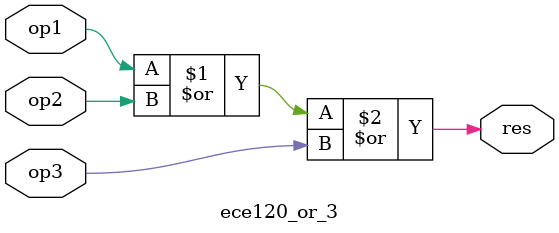
<source format=sv>
module ece120_or_3(
    input logic op1, op2, op3,
    output logic res
    );
    assign res = op1 | op2 | op3;
endmodule
</source>
